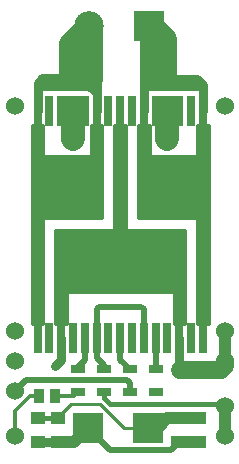
<source format=gtl>
G04 #@! TF.FileFunction,Copper,L1,Top,Signal*
%FSLAX46Y46*%
G04 Gerber Fmt 4.6, Leading zero omitted, Abs format (unit mm)*
G04 Created by KiCad (PCBNEW 4.0.6+dfsg1-1) date Thu Mar 15 12:50:15 2018*
%MOMM*%
%LPD*%
G01*
G04 APERTURE LIST*
%ADD10C,0.100000*%
%ADD11C,0.381000*%
%ADD12R,2.500000X2.500000*%
%ADD13C,2.500000*%
%ADD14R,1.300000X0.700000*%
%ADD15R,0.680000X2.600000*%
%ADD16C,1.524000*%
%ADD17C,0.100000*%
%ADD18R,1.250000X1.000000*%
%ADD19R,2.550000X2.500000*%
%ADD20R,0.970000X1.270000*%
%ADD21C,0.600000*%
%ADD22C,1.000000*%
%ADD23C,2.000000*%
%ADD24C,0.750000*%
%ADD25C,0.500000*%
%ADD26C,0.400000*%
%ADD27C,0.300000*%
%ADD28C,1.500000*%
%ADD29C,0.250000*%
G04 APERTURE END LIST*
D10*
D11*
G36*
X122985900Y-67600000D02*
X123800000Y-67600000D01*
X123800000Y-70321670D01*
X122985900Y-70321670D01*
X122985900Y-67600000D01*
G37*
X122985900Y-67600000D02*
X123800000Y-67600000D01*
X123800000Y-70321670D01*
X122985900Y-70321670D01*
X122985900Y-67600000D01*
G36*
X133007410Y-67600000D02*
X133800000Y-67600000D01*
X133800000Y-70313360D01*
X133007410Y-70313360D01*
X133007410Y-67600000D01*
G37*
X133007410Y-67600000D02*
X133800000Y-67600000D01*
X133800000Y-70313360D01*
X133007410Y-70313360D01*
X133007410Y-67600000D01*
G36*
X127999139Y-53700000D02*
X128800000Y-53700000D01*
X128800000Y-62601291D01*
X127999139Y-62601291D01*
X127999139Y-53700000D01*
G37*
X127999139Y-53700000D02*
X128800000Y-53700000D01*
X128800000Y-62601291D01*
X127999139Y-62601291D01*
X127999139Y-53700000D01*
G36*
X125998460Y-53700000D02*
X126800000Y-53700000D01*
X126800000Y-56296350D01*
X125998460Y-56296350D01*
X125998460Y-53700000D01*
G37*
X125998460Y-53700000D02*
X126800000Y-53700000D01*
X126800000Y-56296350D01*
X125998460Y-56296350D01*
X125998460Y-53700000D01*
G36*
X130002510Y-53700000D02*
X130800000Y-53700000D01*
X130800000Y-56291080D01*
X130002510Y-56291080D01*
X130002510Y-53700000D01*
G37*
X130002510Y-53700000D02*
X130800000Y-53700000D01*
X130800000Y-56291080D01*
X130002510Y-56291080D01*
X130002510Y-53700000D01*
G36*
X135011300Y-53700000D02*
X135800000Y-53700000D01*
X135800000Y-56290250D01*
X135011300Y-56290250D01*
X135011300Y-53700000D01*
G37*
X135011300Y-53700000D02*
X135800000Y-53700000D01*
X135800000Y-56290250D01*
X135011300Y-56290250D01*
X135011300Y-53700000D01*
G36*
X120993980Y-53700000D02*
X121800000Y-53700000D01*
X121800000Y-56295360D01*
X120993980Y-56295360D01*
X120993980Y-53700000D01*
G37*
X120993980Y-53700000D02*
X121800000Y-53700000D01*
X121800000Y-56295360D01*
X120993980Y-56295360D01*
X120993980Y-53700000D01*
G36*
X135005610Y-61400000D02*
X135800000Y-61400000D01*
X135800000Y-70307060D01*
X135005610Y-70307060D01*
X135005610Y-61400000D01*
G37*
X135005610Y-61400000D02*
X135800000Y-61400000D01*
X135800000Y-70307060D01*
X135005610Y-70307060D01*
X135005610Y-61400000D01*
G36*
X120985180Y-61400000D02*
X121800000Y-61400000D01*
X121800000Y-70316620D01*
X120985180Y-70316620D01*
X120985180Y-61400000D01*
G37*
X120985180Y-61400000D02*
X121800000Y-61400000D01*
X121800000Y-70316620D01*
X120985180Y-70316620D01*
X120985180Y-61400000D01*
G36*
X120981600Y-56300000D02*
X126800000Y-56300000D01*
X126800000Y-61398508D01*
X120981600Y-61398508D01*
X120981600Y-56300000D01*
G37*
X120981600Y-56300000D02*
X126800000Y-56300000D01*
X126800000Y-61398508D01*
X120981600Y-61398508D01*
X120981600Y-56300000D01*
G36*
X130005580Y-56300000D02*
X135800000Y-56300000D01*
X135800000Y-61397907D01*
X130005580Y-61397907D01*
X130005580Y-56300000D01*
G37*
X130005580Y-56300000D02*
X135800000Y-56300000D01*
X135800000Y-61397907D01*
X130005580Y-61397907D01*
X130005580Y-56300000D01*
G36*
X122989030Y-62600000D02*
X133800000Y-62600000D01*
X133800000Y-67611380D01*
X122989030Y-67611380D01*
X122989030Y-62600000D01*
G37*
X122989030Y-62600000D02*
X133800000Y-62600000D01*
X133800000Y-67611380D01*
X122989030Y-67611380D01*
X122989030Y-62600000D01*
D12*
X130800000Y-45200000D03*
D13*
X125800000Y-45200000D03*
D14*
X127000000Y-74250000D03*
X127000000Y-76150000D03*
X124800000Y-74250000D03*
X124800000Y-76150000D03*
X131400000Y-74250000D03*
X131400000Y-76150000D03*
X129200000Y-74250000D03*
X129200000Y-76150000D03*
D15*
X121400000Y-71600000D03*
X122400000Y-71600000D03*
X123400000Y-71600000D03*
X124400000Y-71600000D03*
X125400000Y-71600000D03*
X126400000Y-71600000D03*
X127400000Y-71600000D03*
X128400000Y-71600000D03*
X129400000Y-71600000D03*
X130400000Y-71600000D03*
X131400000Y-71600000D03*
X132400000Y-71600000D03*
X133400000Y-71600000D03*
X134400000Y-71600000D03*
X135400000Y-71600000D03*
X135400000Y-52400000D03*
X134400000Y-52400000D03*
X133400000Y-52400000D03*
X132400000Y-52400000D03*
X131400000Y-52400000D03*
X130400000Y-52400000D03*
X129400000Y-52400000D03*
X128400000Y-52400000D03*
X127400000Y-52400000D03*
X126400000Y-52400000D03*
X125400000Y-52400000D03*
X124400000Y-52400000D03*
X123400000Y-52400000D03*
X122400000Y-52400000D03*
X121400000Y-52400000D03*
D16*
X137250000Y-79930000D03*
X137250000Y-77390000D03*
X137250000Y-73580000D03*
X137250000Y-71040000D03*
X119470000Y-79930000D03*
X119470000Y-51990000D03*
X137250000Y-51990000D03*
X119470000Y-76120000D03*
X119470000Y-73580000D03*
X119470000Y-71040000D03*
D17*
X119470000Y-68500000D03*
D18*
X123100000Y-80400000D03*
X123100000Y-78400000D03*
X121400000Y-80400000D03*
X121400000Y-78400000D03*
D19*
X125675000Y-79200000D03*
X130725000Y-79200000D03*
D18*
X133300000Y-80400000D03*
X133300000Y-78400000D03*
X135100000Y-80400000D03*
X135100000Y-78400000D03*
D20*
X121560000Y-76500000D03*
X122840000Y-76500000D03*
D21*
X131400000Y-76150000D03*
X129600000Y-63900000D03*
X128400000Y-63900000D03*
X126000000Y-63900000D03*
X127200000Y-63900000D03*
X130800000Y-63900000D03*
X132550000Y-63875000D03*
X124200000Y-63925000D03*
X123000000Y-80400000D03*
X122900000Y-74000000D03*
X121400000Y-80400000D03*
X125675000Y-79200000D03*
X133500000Y-74300000D03*
X130725000Y-79200000D03*
X135100000Y-78400000D03*
X133300000Y-78400000D03*
X124400000Y-54750000D03*
X132400000Y-54750000D03*
D22*
X131000000Y-49700000D02*
X131000000Y-45400000D01*
X131000000Y-45400000D02*
X130800000Y-45200000D01*
D23*
X130950000Y-45350000D02*
X130800000Y-45200000D01*
X130800000Y-45200000D02*
X131100000Y-45200000D01*
X131100000Y-45200000D02*
X132200000Y-46300000D01*
X132200000Y-46300000D02*
X132200000Y-49250000D01*
D24*
X130400000Y-50250000D02*
X135350000Y-50250000D01*
X135350000Y-50250000D02*
X135400000Y-50200000D01*
X135400000Y-52400000D02*
X135400000Y-50200000D01*
X134900000Y-49700000D02*
X131000000Y-49700000D01*
X131000000Y-49700000D02*
X130950000Y-49700000D01*
X130950000Y-49700000D02*
X130400000Y-49700000D01*
X135400000Y-50200000D02*
X134900000Y-49700000D01*
X130400000Y-52400000D02*
X130400000Y-50250000D01*
X130400000Y-50250000D02*
X130400000Y-49700000D01*
X130400000Y-49700000D02*
X130400000Y-45600000D01*
X130400000Y-45600000D02*
X130800000Y-45200000D01*
D22*
X126400000Y-49800000D02*
X126400000Y-45800000D01*
X126400000Y-45800000D02*
X125800000Y-45200000D01*
D23*
X125300000Y-49600000D02*
X125300000Y-45700000D01*
X125300000Y-45700000D02*
X125800000Y-45200000D01*
X124250000Y-49600000D02*
X124250000Y-46750000D01*
X124250000Y-46750000D02*
X125800000Y-45200000D01*
D24*
X121400000Y-50250000D02*
X125750000Y-50250000D01*
X125750000Y-50250000D02*
X126400000Y-50900000D01*
X125800000Y-45200000D02*
X125800000Y-49200000D01*
X125800000Y-49200000D02*
X126400000Y-49800000D01*
X121400000Y-52400000D02*
X121400000Y-50250000D01*
X121400000Y-50250000D02*
X121400000Y-50000000D01*
X126400000Y-49800000D02*
X126400000Y-50900000D01*
X126400000Y-50900000D02*
X126400000Y-52400000D01*
X126200000Y-49600000D02*
X126400000Y-49800000D01*
X121800000Y-49600000D02*
X124250000Y-49600000D01*
X124250000Y-49600000D02*
X125300000Y-49600000D01*
X125300000Y-49600000D02*
X126200000Y-49600000D01*
X121400000Y-50000000D02*
X121800000Y-49600000D01*
D25*
X130400000Y-71600000D02*
X130400000Y-69200000D01*
X126400000Y-69200000D02*
X126400000Y-71600000D01*
X126600000Y-69000000D02*
X126400000Y-69200000D01*
X130200000Y-69000000D02*
X126600000Y-69000000D01*
X130400000Y-69200000D02*
X130200000Y-69000000D01*
X126400000Y-71600000D02*
X126400000Y-73300000D01*
X126400000Y-73300000D02*
X127000000Y-73900000D01*
X127000000Y-73900000D02*
X127000000Y-74250000D01*
D22*
X137250000Y-77390000D02*
X137250000Y-79930000D01*
D26*
X127000000Y-76150000D02*
X127000000Y-76700000D01*
X127500000Y-77200000D02*
X137060000Y-77200000D01*
X127000000Y-76700000D02*
X127500000Y-77200000D01*
X137060000Y-77200000D02*
X137250000Y-77390000D01*
D25*
X124800000Y-74250000D02*
X124800000Y-74100000D01*
X124800000Y-74100000D02*
X125400000Y-73500000D01*
X125400000Y-73500000D02*
X125400000Y-71600000D01*
D27*
X122840000Y-76500000D02*
X124450000Y-76500000D01*
X124450000Y-76500000D02*
X124800000Y-76150000D01*
D25*
X131400000Y-71600000D02*
X131400000Y-74250000D01*
X128400000Y-71600000D02*
X128400000Y-73450000D01*
X128400000Y-73450000D02*
X129200000Y-74250000D01*
X129200000Y-76150000D02*
X129200000Y-75400000D01*
X120390000Y-75200000D02*
X119470000Y-76120000D01*
X129000000Y-75200000D02*
X120390000Y-75200000D01*
X129200000Y-75400000D02*
X129000000Y-75200000D01*
D24*
X128400000Y-63900000D02*
X127200000Y-63900000D01*
X132550000Y-63875000D02*
X130825000Y-63875000D01*
X130825000Y-63875000D02*
X130800000Y-63900000D01*
D23*
X132550000Y-63875000D02*
X132550000Y-63850000D01*
X124200000Y-63925000D02*
X124200000Y-63900000D01*
D28*
X137250000Y-73580000D02*
X137250000Y-73950000D01*
X137250000Y-73950000D02*
X136900000Y-74300000D01*
X136900000Y-74300000D02*
X133500000Y-74300000D01*
D24*
X123400000Y-71600000D02*
X123400000Y-73500000D01*
X123400000Y-73500000D02*
X122900000Y-74000000D01*
X121400000Y-80400000D02*
X123100000Y-80400000D01*
X133400000Y-74200000D02*
X133500000Y-74300000D01*
X133400000Y-71600000D02*
X133400000Y-74200000D01*
D22*
X137250000Y-71040000D02*
X137250000Y-73580000D01*
D25*
X133300000Y-80400000D02*
X133300000Y-80500000D01*
X133300000Y-80500000D02*
X132700000Y-81100000D01*
X132700000Y-81100000D02*
X127575000Y-81100000D01*
X127575000Y-81100000D02*
X125675000Y-79200000D01*
D22*
X133300000Y-80400000D02*
X135100000Y-80400000D01*
X123100000Y-80400000D02*
X124475000Y-80400000D01*
X124475000Y-80400000D02*
X125675000Y-79200000D01*
D23*
X124400000Y-52400000D02*
X124400000Y-54750000D01*
X132400000Y-52400000D02*
X132400000Y-54750000D01*
D25*
X131400000Y-52400000D02*
X131400000Y-51700000D01*
X131400000Y-51700000D02*
X131750000Y-51350000D01*
X132800000Y-51350000D02*
X131750000Y-51350000D01*
X132400000Y-52400000D02*
X132400000Y-52250000D01*
X133400000Y-52400000D02*
X133400000Y-51950000D01*
X133400000Y-51950000D02*
X132800000Y-51350000D01*
X132400000Y-52400000D02*
X132400000Y-51750000D01*
X132400000Y-51750000D02*
X132800000Y-51350000D01*
X132800000Y-51350000D02*
X133050000Y-51350000D01*
X131400000Y-52400000D02*
X132400000Y-52400000D01*
X132400000Y-52400000D02*
X133400000Y-52400000D01*
X125400000Y-52400000D02*
X125400000Y-51700000D01*
X125400000Y-51700000D02*
X125050000Y-51350000D01*
X123750000Y-51350000D02*
X123400000Y-51700000D01*
X123750000Y-51350000D02*
X125050000Y-51350000D01*
X124400000Y-52400000D02*
X124400000Y-52300000D01*
X123400000Y-52400000D02*
X123400000Y-51700000D01*
X123400000Y-52400000D02*
X124400000Y-52400000D01*
X125400000Y-52400000D02*
X124400000Y-52400000D01*
D29*
X123100000Y-78400000D02*
X123100000Y-78300000D01*
X123100000Y-78300000D02*
X124200000Y-77200000D01*
X128700000Y-79200000D02*
X130725000Y-79200000D01*
X126700000Y-77200000D02*
X128700000Y-79200000D01*
X124200000Y-77200000D02*
X126700000Y-77200000D01*
D26*
X121400000Y-78400000D02*
X123100000Y-78400000D01*
D22*
X133300000Y-78400000D02*
X135100000Y-78400000D01*
X130725000Y-79200000D02*
X131600000Y-79200000D01*
X131600000Y-79200000D02*
X132400000Y-78400000D01*
X132400000Y-78400000D02*
X133300000Y-78400000D01*
D27*
X119470000Y-79930000D02*
X119470000Y-77830000D01*
X120800000Y-76500000D02*
X121560000Y-76500000D01*
X119470000Y-77830000D02*
X120800000Y-76500000D01*
M02*

</source>
